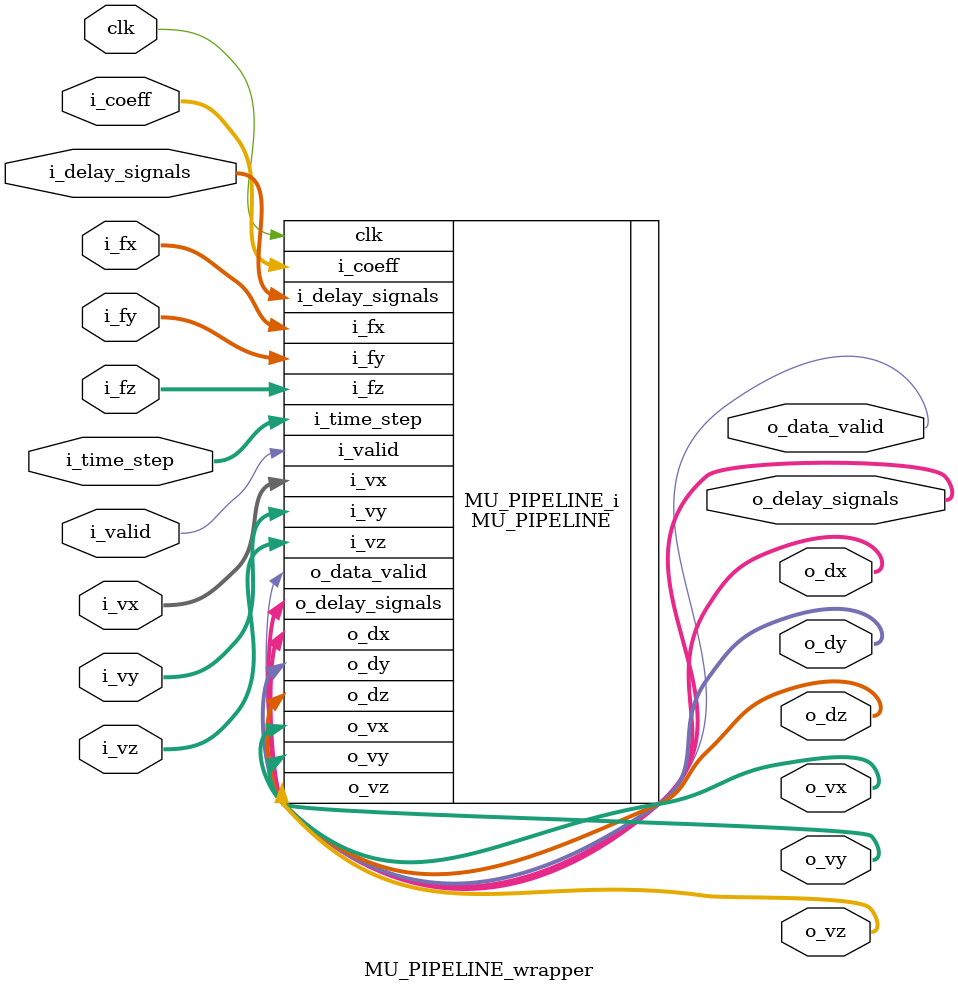
<source format=v>
`timescale 1 ps / 1 ps

module MU_PIPELINE_wrapper
   (clk,
    i_coeff,
    i_delay_signals,
    i_fx,
    i_fy,
    i_fz,
    i_time_step,
    i_valid,
    i_vx,
    i_vy,
    i_vz,
    o_data_valid,
    o_delay_signals,
    o_dx,
    o_dy,
    o_dz,
    o_vx,
    o_vy,
    o_vz);
  input clk;
  input [31:0]i_coeff;
  input [73:0]i_delay_signals;
  input [31:0]i_fx;
  input [31:0]i_fy;
  input [31:0]i_fz;
  input [31:0]i_time_step;
  input i_valid;
  input [31:0]i_vx;
  input [31:0]i_vy;
  input [31:0]i_vz;
  output o_data_valid;
  output [73:0]o_delay_signals;
  output [31:0]o_dx;
  output [31:0]o_dy;
  output [31:0]o_dz;
  output [31:0]o_vx;
  output [31:0]o_vy;
  output [31:0]o_vz;

  wire clk;
  wire [31:0]i_coeff;
  wire [73:0]i_delay_signals;
  wire [31:0]i_fx;
  wire [31:0]i_fy;
  wire [31:0]i_fz;
  wire [31:0]i_time_step;
  wire i_valid;
  wire [31:0]i_vx;
  wire [31:0]i_vy;
  wire [31:0]i_vz;
  wire o_data_valid;
  wire [73:0]o_delay_signals;
  wire [31:0]o_dx;
  wire [31:0]o_dy;
  wire [31:0]o_dz;
  wire [31:0]o_vx;
  wire [31:0]o_vy;
  wire [31:0]o_vz;

  MU_PIPELINE MU_PIPELINE_i
       (.clk(clk),
        .i_coeff(i_coeff),
        .i_delay_signals(i_delay_signals),
        .i_fx(i_fx),
        .i_fy(i_fy),
        .i_fz(i_fz),
        .i_time_step(i_time_step),
        .i_valid(i_valid),
        .i_vx(i_vx),
        .i_vy(i_vy),
        .i_vz(i_vz),
        .o_data_valid(o_data_valid),
        .o_delay_signals(o_delay_signals),
        .o_dx(o_dx),
        .o_dy(o_dy),
        .o_dz(o_dz),
        .o_vx(o_vx),
        .o_vy(o_vy),
        .o_vz(o_vz));
endmodule

</source>
